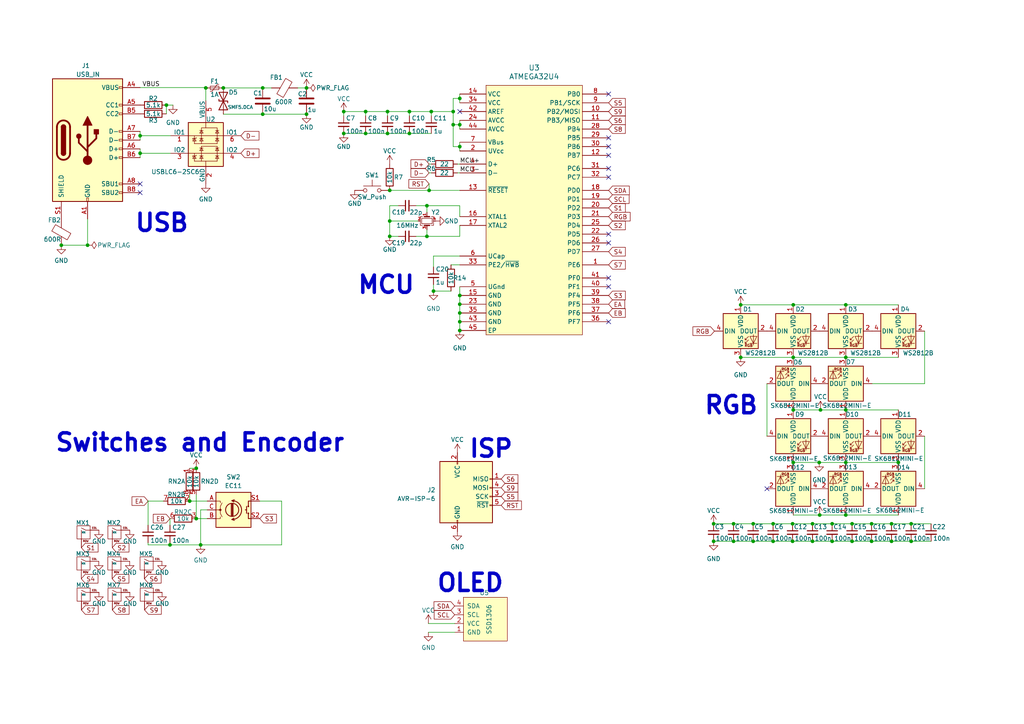
<source format=kicad_sch>
(kicad_sch (version 20211123) (generator eeschema)
  (paper "A4")
  (title_block (title "1337") (date "2021-11-30") (rev "3.0") (company "0xCB") (comment 1 "Conor Burns"))
  (junction (at 25.4 71.12))
  (junction (at 76.2 33.1208))
  (junction (at 56.9214 150.4188) (diameter 0.9144))
  (junction (at 260.5532 134.1374))
  (junction (at 235.6612 156.9974))
  (junction (at 123.825 59.6646) (diameter 0.9144))
  (junction (at 241.3588 156.9974))
  (junction (at 58.1914 158.0388) (diameter 0.9144))
  (junction (at 230.0732 88.4174))
  (junction (at 133.35 88.2396) (diameter 0.9144))
  (junction (at 59.69 25.5008))
  (junction (at 245.3132 103.6574) (diameter 0.9144))
  (junction (at 264.2791 151.9174))
  (junction (at 106.045 38.7096) (diameter 0.9144))
  (junction (at 118.745 32.3596) (diameter 0.9144))
  (junction (at 55.0164 145.3388) (diameter 0.9144))
  (junction (at 40.64 44.45) (diameter 0.9144))
  (junction (at 106.045 32.3596) (diameter 0.9144))
  (junction (at 218.4565 151.9174))
  (junction (at 206.979 156.9974))
  (junction (at 212.7589 151.9174))
  (junction (at 224.2364 156.9974))
  (junction (at 133.35 90.7796) (diameter 0.9144))
  (junction (at 214.8332 103.6574) (diameter 0.9144))
  (junction (at 252.8016 156.9974))
  (junction (at 88.9 25.5008))
  (junction (at 88.9 33.1208))
  (junction (at 247.1387 151.9174))
  (junction (at 229.8813 151.9174))
  (junction (at 113.03 55.2196) (diameter 0.9144))
  (junction (at 247.1387 156.9974))
  (junction (at 230.0732 134.1374))
  (junction (at 237.9769 118.8974))
  (junction (at 133.35 42.5196) (diameter 0.9144))
  (junction (at 230.0732 103.6574) (diameter 0.9144))
  (junction (at 241.3588 151.9174))
  (junction (at 258.5815 156.9974))
  (junction (at 48.26 30.48) (diameter 0.9144))
  (junction (at 99.695 38.7096) (diameter 0.9144))
  (junction (at 112.395 32.3596) (diameter 0.9144))
  (junction (at 264.2791 156.9974))
  (junction (at 49.3014 158.0388) (diameter 0.9144))
  (junction (at 245.3132 134.1374))
  (junction (at 133.35 93.3196) (diameter 0.9144))
  (junction (at 224.2364 151.9174))
  (junction (at 64.77 25.5008))
  (junction (at 235.6612 151.9174))
  (junction (at 218.4565 156.9974))
  (junction (at 230.0732 118.8974))
  (junction (at 214.8332 88.4174))
  (junction (at 118.745 38.7096) (diameter 0.9144))
  (junction (at 237.7438 149.3774))
  (junction (at 56.9214 135.8138) (diameter 0.9144))
  (junction (at 40.64 39.37) (diameter 0.9144))
  (junction (at 113.03 64.1096) (diameter 0.9144))
  (junction (at 245.3132 149.3774))
  (junction (at 123.825 68.5546) (diameter 0.9144))
  (junction (at 133.35 95.8596) (diameter 0.9144))
  (junction (at 99.695 32.3596) (diameter 0.9144))
  (junction (at 237.6037 134.1374))
  (junction (at 245.3132 118.8974))
  (junction (at 131.445 36.1696) (diameter 0.9144))
  (junction (at 113.03 68.5546) (diameter 0.9144))
  (junction (at 76.2 25.5008))
  (junction (at 125.73 84.4296) (diameter 0.9144))
  (junction (at 133.35 28.5496) (diameter 0.9144))
  (junction (at 229.8813 156.9974))
  (junction (at 258.5815 151.9174))
  (junction (at 212.7589 156.9974))
  (junction (at 112.395 38.7096) (diameter 0.9144))
  (junction (at 133.35 85.6996) (diameter 0.9144))
  (junction (at 206.979 151.9174))
  (junction (at 252.8016 151.9174))
  (junction (at 124.46 55.2196) (diameter 0.9144))
  (junction (at 245.3132 88.4174))
  (junction (at 125.095 32.3596) (diameter 0.9144))
  (junction (at 131.445 32.3596) (diameter 0.9144))
  (junction (at 133.35 36.1696) (diameter 0.9144))
  (junction (at 17.78 71.12))
  (no_connect (at 133.35 32.3596))
  (no_connect (at 176.53 27.2796))
  (no_connect (at 176.53 42.5196))
  (no_connect (at 176.53 45.0596))
  (no_connect (at 176.53 48.8696))
  (no_connect (at 176.53 51.4096))
  (no_connect (at 176.53 67.9196))
  (no_connect (at 176.53 70.4596))
  (no_connect (at 176.53 80.6196))
  (no_connect (at 176.53 83.1596))
  (no_connect (at 176.53 93.3196))
  (no_connect (at 40.64 53.34))
  (no_connect (at 40.64 55.88))
  (no_connect (at 222.4532 141.7574))
  (no_connect (at 176.53 39.9796))
  (wire (pts (xy 214.8332 88.4174) (xy 230.0732 88.4174)))
  (wire (pts (xy 64.77 25.5008) (xy 76.2 25.5008)))
  (wire (pts (xy 131.445 28.5496) (xy 133.35 28.5496)))
  (wire (pts (xy 131.445 32.3596) (xy 131.445 28.5496)))
  (wire (pts (xy 131.445 32.3596) (xy 131.445 36.1696)))
  (wire (pts (xy 131.445 36.1696) (xy 131.445 42.5196)))
  (wire (pts (xy 133.35 36.1696) (xy 131.445 36.1696)))
  (wire (pts (xy 112.395 32.3596) (xy 112.395 33.6296)))
  (wire (pts (xy 113.03 59.6646) (xy 115.57 59.6646)))
  (wire (pts (xy 58.1914 158.0388) (xy 81.6864 158.0388)))
  (wire (pts (xy 124.46 50.1396) (xy 125.095 50.1396)))
  (wire (pts (xy 237.6037 134.1374) (xy 245.3132 134.1374)))
  (wire (pts (xy 76.2 33.1208) (xy 88.9 33.1208)))
  (wire (pts (xy 55.0164 135.8138) (xy 56.9214 135.8138)))
  (wire (pts (xy 99.695 38.7096) (xy 106.045 38.7096)))
  (wire (pts (xy 106.045 38.7096) (xy 112.395 38.7096)))
  (wire (pts (xy 112.395 38.7096) (xy 118.745 38.7096)))
  (wire (pts (xy 118.745 38.7096) (xy 125.095 38.7096)))
  (wire (pts (xy 55.0164 143.4338) (xy 55.0164 145.3388)))
  (wire (pts (xy 124.2568 180.848) (xy 131.8768 180.848)))
  (wire (pts (xy 133.35 36.1696) (xy 133.35 34.8996)))
  (wire (pts (xy 212.7589 151.9174) (xy 218.4565 151.9174)))
  (wire (pts (xy 59.69 25.5008) (xy 59.69 25.4)))
  (wire (pts (xy 81.6864 145.3388) (xy 75.3364 145.3388)))
  (wire (pts (xy 81.6864 158.0388) (xy 81.6864 145.3388)))
  (wire (pts (xy 40.64 38.1) (xy 40.64 39.37)))
  (wire (pts (xy 40.64 39.37) (xy 40.64 40.64)))
  (wire (pts (xy 64.77 33.1208) (xy 76.2 33.1208)))
  (wire (pts (xy 241.3588 151.9174) (xy 247.1387 151.9174)))
  (wire (pts (xy 230.0732 134.1374) (xy 237.6037 134.1374)))
  (wire (pts (xy 58.1914 147.8788) (xy 58.1914 158.0388)))
  (wire (pts (xy 124.2568 183.388) (xy 131.8768 183.388)))
  (wire (pts (xy 252.8016 151.9174) (xy 258.5815 151.9174)))
  (wire (pts (xy 25.4 71.12) (xy 17.78 71.12)))
  (wire (pts (xy 113.03 64.1096) (xy 121.285 64.1096)))
  (wire (pts (xy 245.3132 103.6574) (xy 260.5532 103.6574)))
  (wire (pts (xy 218.4565 151.9174) (xy 224.2364 151.9174)))
  (wire (pts (xy 86.36 25.5008) (xy 88.9 25.5008)))
  (wire (pts (xy 132.715 50.1396) (xy 133.35 50.1396)))
  (wire (pts (xy 214.8332 103.6574) (xy 230.0732 103.6574)))
  (wire (pts (xy 48.26 30.48) (xy 48.26 33.02)))
  (wire (pts (xy 133.35 27.2796) (xy 133.35 28.5496)))
  (wire (pts (xy 125.73 82.5246) (xy 125.73 84.4296)))
  (wire (pts (xy 49.3014 157.4038) (xy 49.3014 158.0388)))
  (wire (pts (xy 264.2791 151.9174) (xy 270.059 151.9174)))
  (wire (pts (xy 124.46 47.5996) (xy 125.095 47.5996)))
  (wire (pts (xy 125.095 32.3596) (xy 125.095 33.6296)))
  (wire (pts (xy 230.0732 103.6574) (xy 245.3132 103.6574)))
  (wire (pts (xy 42.9514 152.3238) (xy 42.9514 145.3388)))
  (wire (pts (xy 106.045 33.6296) (xy 106.045 32.3596)))
  (wire (pts (xy 224.2364 151.9174) (xy 229.8813 151.9174)))
  (wire (pts (xy 133.35 62.8396) (xy 133.35 59.6646)))
  (wire (pts (xy 42.9514 158.0388) (xy 49.3014 158.0388)))
  (wire (pts (xy 241.3588 156.9974) (xy 247.1387 156.9974)))
  (wire (pts (xy 123.825 68.5546) (xy 120.65 68.5546)))
  (wire (pts (xy 133.35 83.1596) (xy 133.35 85.6996)))
  (wire (pts (xy 133.35 85.6996) (xy 133.35 88.2396)))
  (wire (pts (xy 133.35 88.2396) (xy 133.35 90.7796)))
  (wire (pts (xy 133.35 90.7796) (xy 133.35 93.3196)))
  (wire (pts (xy 133.35 93.3196) (xy 133.35 95.8596)))
  (wire (pts (xy 48.26 30.48) (xy 50.165 30.48)))
  (wire (pts (xy 123.825 59.6646) (xy 123.825 61.5696)))
  (wire (pts (xy 99.695 32.3596) (xy 106.045 32.3596)))
  (wire (pts (xy 99.695 33.6296) (xy 99.695 32.3596)))
  (wire (pts (xy 245.3132 118.8974) (xy 260.5532 118.8974)))
  (wire (pts (xy 124.46 53.3146) (xy 124.46 55.2196)))
  (wire (pts (xy 125.73 84.4296) (xy 130.81 84.4296)))
  (wire (pts (xy 106.045 32.3596) (xy 112.395 32.3596)))
  (wire (pts (xy 112.395 32.3596) (xy 118.745 32.3596)))
  (wire (pts (xy 118.745 32.3596) (xy 125.095 32.3596)))
  (wire (pts (xy 125.095 32.3596) (xy 131.445 32.3596)))
  (wire (pts (xy 268.1732 126.5174) (xy 268.1732 141.7574)))
  (wire (pts (xy 55.0164 145.3388) (xy 60.0964 145.3388)))
  (wire (pts (xy 133.35 59.6646) (xy 123.825 59.6646)))
  (wire (pts (xy 56.9214 150.4188) (xy 60.0964 150.4188)))
  (wire (pts (xy 113.03 59.6646) (xy 113.03 64.1096)))
  (wire (pts (xy 113.03 64.1096) (xy 113.03 68.5546)))
  (wire (pts (xy 40.64 44.45) (xy 49.53 44.45)))
  (wire (pts (xy 245.3132 88.4174) (xy 260.5532 88.4174)))
  (wire (pts (xy 258.5815 151.9174) (xy 264.2791 151.9174)))
  (wire (pts (xy 40.64 39.37) (xy 49.53 39.37)))
  (wire (pts (xy 230.0732 88.4174) (xy 245.3132 88.4174)))
  (wire (pts (xy 247.1387 151.9174) (xy 252.8016 151.9174)))
  (wire (pts (xy 247.1387 156.9974) (xy 252.8016 156.9974)))
  (wire (pts (xy 230.0732 118.8974) (xy 237.9769 118.8974)))
  (wire (pts (xy 42.9514 157.4038) (xy 42.9514 158.0388)))
  (wire (pts (xy 120.65 59.6646) (xy 123.825 59.6646)))
  (wire (pts (xy 252.8016 156.9974) (xy 258.5815 156.9974)))
  (wire (pts (xy 235.6612 156.9974) (xy 241.3588 156.9974)))
  (wire (pts (xy 133.35 28.5496) (xy 133.35 29.8196)))
  (wire (pts (xy 237.7438 149.3774) (xy 245.3132 149.3774)))
  (wire (pts (xy 58.1914 147.8788) (xy 60.0964 147.8788)))
  (wire (pts (xy 133.35 36.1696) (xy 133.35 37.4396)))
  (wire (pts (xy 230.0732 149.3774) (xy 237.7438 149.3774)))
  (wire (pts (xy 258.5815 156.9974) (xy 264.2791 156.9974)))
  (wire (pts (xy 40.64 25.4) (xy 59.69 25.4)))
  (wire (pts (xy 59.69 29.21) (xy 59.69 25.5008)))
  (wire (pts (xy 252.9332 111.2774) (xy 268.1732 111.2774)))
  (wire (pts (xy 268.1732 96.0374) (xy 268.1732 111.2774)))
  (wire (pts (xy 40.64 43.18) (xy 40.64 44.45)))
  (wire (pts (xy 40.64 44.45) (xy 40.64 45.72)))
  (wire (pts (xy 56.9214 143.4338) (xy 56.9214 150.4188)))
  (wire (pts (xy 123.825 66.6496) (xy 123.825 68.5546)))
  (wire (pts (xy 78.74 25.5008) (xy 76.2 25.5008)))
  (wire (pts (xy 113.03 55.2196) (xy 124.46 55.2196)))
  (wire (pts (xy 124.46 55.2196) (xy 133.35 55.2196)))
  (wire (pts (xy 113.03 68.5546) (xy 115.57 68.5546)))
  (wire (pts (xy 130.81 76.8096) (xy 133.35 76.8096)))
  (wire (pts (xy 125.73 74.2696) (xy 133.35 74.2696)))
  (wire (pts (xy 125.73 77.4446) (xy 125.73 74.2696)))
  (wire (pts (xy 224.2364 156.9974) (xy 229.8813 156.9974)))
  (wire (pts (xy 264.2791 156.9974) (xy 270.059 156.9974)))
  (wire (pts (xy 49.3014 158.0388) (xy 58.1914 158.0388)))
  (wire (pts (xy 206.979 151.9174) (xy 212.7589 151.9174)))
  (wire (pts (xy 245.3132 134.1374) (xy 260.5532 134.1374)))
  (wire (pts (xy 206.979 156.9974) (xy 212.7589 156.9974)))
  (wire (pts (xy 118.745 32.3596) (xy 118.745 33.6296)))
  (wire (pts (xy 212.7589 156.9974) (xy 218.4565 156.9974)))
  (wire (pts (xy 218.4565 156.9974) (xy 224.2364 156.9974)))
  (wire (pts (xy 25.4 63.5) (xy 25.4 71.12)))
  (wire (pts (xy 49.3014 150.4188) (xy 49.3014 152.3238)))
  (wire (pts (xy 245.3132 149.3774) (xy 260.5532 149.3774)))
  (wire (pts (xy 133.35 68.5546) (xy 123.825 68.5546)))
  (wire (pts (xy 133.35 41.2496) (xy 133.35 42.5196)))
  (wire (pts (xy 133.35 42.5196) (xy 133.35 43.7896)))
  (wire (pts (xy 237.9769 118.8974) (xy 245.3132 118.8974)))
  (wire (pts (xy 235.6612 151.9174) (xy 241.3588 151.9174)))
  (wire (pts (xy 229.8813 151.9174) (xy 235.6612 151.9174)))
  (wire (pts (xy 132.715 47.5996) (xy 133.35 47.5996)))
  (wire (pts (xy 131.445 42.5196) (xy 133.35 42.5196)))
  (wire (pts (xy 42.9514 145.3388) (xy 47.3964 145.3388)))
  (wire (pts (xy 133.35 65.3796) (xy 133.35 68.5546)))
  (wire (pts (xy 229.8813 156.9974) (xy 235.6612 156.9974)))
  (wire (pts (xy 222.4532 111.2774) (xy 222.4532 126.5174)))
  (text "RGB\n\n\n" (at 220.218 136.7282 180) (effects (font (size 5 5) (thickness 1) bold) (justify right bottom)))
  (text "ISP\n" (at 149.1742 133.223 180) (effects (font (size 5 5) (thickness 1) bold) (justify right bottom)))
  (text "OLED\n\n" (at 146.4818 180.213 180) (effects (font (size 5 5) (thickness 1) bold) (justify right bottom)))
  (text "USB\n" (at 55.0926 67.7418 180) (effects (font (size 5 5) (thickness 1) bold) (justify right bottom)))
  (text "MCU\n" (at 120.65 85.6996 180) (effects (font (size 5 5) (thickness 1) bold) (justify right bottom)))
  (text "Switches and Encoder\n" (at 100.33 131.445 180) (effects (font (size 5 5) (thickness 1) bold) (justify right bottom)))
  (label "VBUS" (at 46.355 25.4 180))
  (label "MCU+" (at 133.35 47.5996 0))
  (label "MCU-" (at 133.35 50.1396 0))
  (global_label "EA" (shape input) (at 42.9514 145.3388 180) (property "Intersheet References" "${INTERSHEET_REFS}" (effects hide)))
  (global_label "SDA" (shape input) (at 176.53 55.2196 0) (property "Intersheet References" "${INTERSHEET_REFS}" (effects hide)))
  (global_label "S6" (shape input) (at 41.8846 167.8686 0) (property "Intersheet References" "${INTERSHEET_REFS}" (effects hide)))
  (global_label "S6" (shape input) (at 176.53 34.8996 0) (property "Intersheet References" "${INTERSHEET_REFS}" (effects hide)))
  (global_label "EA" (shape input) (at 176.53 88.2396 0) (property "Intersheet References" "${INTERSHEET_REFS}" (effects hide)))
  (global_label "D-" (shape input) (at 69.85 39.37 0) (property "Intersheet References" "${INTERSHEET_REFS}" (effects hide)))
  (global_label "SCL" (shape input) (at 176.53 57.7596 0) (property "Intersheet References" "${INTERSHEET_REFS}" (effects hide)))
  (global_label "SCL" (shape input) (at 131.8768 178.308 180) (property "Intersheet References" "${INTERSHEET_REFS}" (effects hide)))
  (global_label "S2" (shape input) (at 176.53 65.3796 0) (property "Intersheet References" "${INTERSHEET_REFS}" (effects hide)))
  (global_label "S4" (shape input) (at 23.5712 167.8686 0) (property "Intersheet References" "${INTERSHEET_REFS}" (effects hide)))
  (global_label "S5" (shape input) (at 145.3642 144.018 0) (property "Intersheet References" "${INTERSHEET_REFS}" (effects hide)))
  (global_label "D-" (shape input) (at 124.46 50.1396 180) (property "Intersheet References" "${INTERSHEET_REFS}" (effects hide)))
  (global_label "S5" (shape input) (at 32.5374 167.8686 0) (property "Intersheet References" "${INTERSHEET_REFS}" (effects hide)))
  (global_label "S5" (shape input) (at 176.53 29.8196 0) (property "Intersheet References" "${INTERSHEET_REFS}" (effects hide)))
  (global_label "SDA" (shape input) (at 131.8768 175.768 180) (property "Intersheet References" "${INTERSHEET_REFS}" (effects hide)))
  (global_label "S7" (shape input) (at 176.53 76.8096 0) (property "Intersheet References" "${INTERSHEET_REFS}" (effects hide)))
  (global_label "RST" (shape input) (at 124.46 53.3146 180) (property "Intersheet References" "${INTERSHEET_REFS}" (effects hide)))
  (global_label "S1" (shape input) (at 176.53 60.2996 0) (property "Intersheet References" "${INTERSHEET_REFS}" (effects hide)))
  (global_label "D+" (shape input) (at 69.85 44.45 0) (property "Intersheet References" "${INTERSHEET_REFS}" (effects hide)))
  (global_label "D+" (shape input) (at 124.46 47.5996 180) (property "Intersheet References" "${INTERSHEET_REFS}" (effects hide)))
  (global_label "RGB" (shape input) (at 207.2132 96.0374 180) (property "Intersheet References" "${INTERSHEET_REFS}" (effects hide)))
  (global_label "S7" (shape input) (at 23.622 176.911 0) (property "Intersheet References" "${INTERSHEET_REFS}" (effects hide)))
  (global_label "S3" (shape input) (at 75.3364 150.4188 0) (property "Intersheet References" "${INTERSHEET_REFS}" (effects hide)))
  (global_label "S8" (shape input) (at 176.53 37.4396 0) (property "Intersheet References" "${INTERSHEET_REFS}" (effects hide)))
  (global_label "RGB" (shape input) (at 176.53 62.8396 0) (property "Intersheet References" "${INTERSHEET_REFS}" (effects hide)))
  (global_label "S3" (shape input) (at 176.53 85.6996 0) (property "Intersheet References" "${INTERSHEET_REFS}" (effects hide)))
  (global_label "S1" (shape input) (at 23.5966 158.8516 0) (property "Intersheet References" "${INTERSHEET_REFS}" (effects hide)))
  (global_label "EB" (shape input) (at 49.3014 150.4188 180) (property "Intersheet References" "${INTERSHEET_REFS}" (effects hide)))
  (global_label "S6" (shape input) (at 145.3642 138.938 0) (property "Intersheet References" "${INTERSHEET_REFS}" (effects hide)))
  (global_label "S4" (shape input) (at 176.53 72.9996 0) (property "Intersheet References" "${INTERSHEET_REFS}" (effects hide)))
  (global_label "S8" (shape input) (at 32.5882 176.911 0) (property "Intersheet References" "${INTERSHEET_REFS}" (effects hide)))
  (global_label "S9" (shape input) (at 145.3642 141.478 0) (property "Intersheet References" "${INTERSHEET_REFS}" (effects hide)))
  (global_label "S9" (shape input) (at 176.53 32.3596 0) (property "Intersheet References" "${INTERSHEET_REFS}" (effects hide)))
  (global_label "RST" (shape input) (at 145.3642 146.558 0) (property "Intersheet References" "${INTERSHEET_REFS}" (effects hide)))
  (global_label "EB" (shape input) (at 176.53 90.7796 0) (property "Intersheet References" "${INTERSHEET_REFS}" (effects hide)))
  (global_label "S2" (shape input) (at 32.5628 158.8516 0) (property "Intersheet References" "${INTERSHEET_REFS}" (effects hide)))
  (global_label "S9" (shape input) (at 41.9354 176.911 0) (property "Intersheet References" "${INTERSHEET_REFS}" (effects hide)))
  (symbol (lib_id "power:GND") (at 102.87 55.2196 0) (unit 1)
    (property "Reference" "#PWR016" (effects hide))
    (property "Value" "GND" (at 102.87 59.0296 0))
  )
  (symbol (lib_id "power:GND") (at 206.979 156.9974 0) (unit 1)
    (property "Reference" "#PWR0105" (effects hide))
    (property "Value" "GND" (at 206.979 162.0774 0))
  )
  (symbol (lib_id "power:GND") (at 132.6642 154.178 0) (unit 1)
    (property "Reference" "#PWR026" (effects hide))
    (property "Value" "GND" (at 132.6642 158.623 0))
  )
  (symbol (lib_id "Device:C_Small") (at 206.979 154.4574 0) (unit 1)
    (property "Reference" "C3" (at 207.3092 152.8064 0) (effects (justify left)))
    (property "Value" "100n" (at 207.5378 156.1592 0) (effects (justify left)))
    (property "Footprint" "Capacitor_SMD:C_0603_1608Metric" (effects hide))
    (property "Alt Part Nb." "C91183" (effects hide))
    (property "Part Nb." "478-5266-1-ND" (effects hide))
  )
  (symbol (lib_id "power:GND") (at 37.6428 153.7716 0) (unit 1)
    (property "Reference" "#PWR0109" (effects hide))
    (property "Value" "GND" (at 37.6936 157.0228 0))
  )
  (symbol (lib_id "0xcb:SK6812MINI-E") (at 230.0732 111.2774 180) (unit 1)
    (property "Reference" "D6" (at 231.4194 105.0798 0))
    (property "Value" "SK6812MINI-E" (at 230.5304 117.6528 0))
    (property "Footprint" "0xcb:MX_SK6812MINI-E" (effects hide))
  )
  (symbol (lib_id "Device:C_Small") (at 125.095 36.1696 0) (unit 1)
    (property "Reference" "C11" (at 125.73 34.2645 0) (effects (justify left)))
    (property "Value" "1u" (at 125.73 38.0745 0) (effects (justify left)))
    (property "Footprint" "Capacitor_SMD:C_0603_1608Metric" (effects hide))
    (property "Alt Part Nb." "C393692" (effects hide))
    (property "Part Nb." "1276-1102-1-ND" (effects hide))
  )
  (symbol (lib_id "power:VCC") (at 237.7438 149.3774 0) (unit 1)
    (property "Reference" "#PWR0104" (effects hide))
    (property "Value" "VCC" (at 237.7438 145.5674 0))
  )
  (symbol (lib_id "power:GND") (at 126.365 64.1096 90) (unit 1)
    (property "Reference" "#PWR020" (effects hide))
    (property "Value" "GND" (at 128.905 64.1095 90) (effects (justify right)))
  )
  (symbol (lib_id "LED:WS2812B") (at 230.0732 96.0374 0) (unit 1)
    (property "Reference" "D2" (at 230.7082 89.6873 0) (effects (justify left)))
    (property "Value" "WS2812B" (at 231.3432 102.3873 0) (effects (justify left)))
    (property "Footprint" "LED_SMD:LED_WS2812B_PLCC4_5.0x5.0mm_P3.2mm" (effects hide))
    (property "Datasheet" "https://cdn-shop.adafruit.com/datasheets/WS2812B.pdf" (effects hide))
    (property "Alt Part Nb." "C114586" (effects hide))
    (property "Another Part Nb." "-" (effects hide))
    (property "Part Nb." "1568-COM-16347CT-ND" (effects hide))
  )
  (symbol (lib_id "Device:R") (at 130.81 80.6196 180) (unit 1)
    (property "Reference" "R14" (at 133.35 80.6196 0))
    (property "Value" "10k" (at 130.81 80.6196 90))
    (property "Footprint" "Resistor_SMD:R_0603_1608Metric" (effects hide))
    (property "Alt Part Nb." "C25804" (effects hide))
    (property "Part Nb." "RHM10KADCT-ND" (effects hide))
  )
  (symbol (lib_id "0xcb:MX") (at 24.8412 162.7886 0) (unit 1)
    (property "Reference" "MX3" (at 24.003 160.655 0))
    (property "Value" "MX" (at 24.2316 163.449 0) (effects (font (size 0.508 0.508))))
    (property "Footprint" "0xcb:SW_Cherry_MX_PCB_1.00u" (effects hide))
  )
  (symbol (lib_id "power:GND") (at 37.6682 171.831 0) (unit 1)
    (property "Reference" "#PWR0112" (effects hide))
    (property "Value" "GND" (at 37.719 175.0822 0))
  )
  (symbol (lib_id "power:GND") (at 214.8332 103.6574 0) (unit 1)
    (property "Reference" "#PWR043" (effects hide))
    (property "Value" "GND" (at 214.8332 108.7374 0))
  )
  (symbol (lib_id "Switch:SW_Push") (at 107.95 55.2196 0) (unit 1)
    (property "Reference" "SW1" (at 107.95 50.7746 0))
    (property "Value" "SW_Push" (at 107.95 57.1246 0))
    (property "Footprint" "Button_Switch_SMD:SW_SPST_TL3342" (effects hide))
    (property "Alt Part Nb." "C318884" (effects hide))
    (property "Part Nb." "EG2531CT-ND" (effects hide))
  )
  (symbol (lib_id "Device:R_Pack04_Split") (at 53.1114 150.4188 90) (unit 3)
    (property "Reference" "RN2" (at 53.1114 148.5138 90))
    (property "Value" "10k" (at 53.1114 150.4188 90))
    (property "Footprint" "Resistor_SMD:R_Array_Convex_4x0603" (effects hide))
    (property "Alt Part Nb." "C109324" (effects hide))
    (property "Part Nb." "MNR14103RTR-ND" (effects hide))
  )
  (symbol (lib_id "Device:C_Small") (at 258.5815 154.4574 0) (unit 1)
    (property "Reference" "C17" (at 258.9117 152.8064 0) (effects (justify left)))
    (property "Value" "100n" (at 259.1403 156.1592 0) (effects (justify left)))
    (property "Footprint" "Capacitor_SMD:C_0603_1608Metric" (effects hide))
    (property "Alt Part Nb." "C91183" (effects hide))
    (property "Part Nb." "478-5266-1-ND" (effects hide))
  )
  (symbol (lib_id "Device:R_Pack04_Split") (at 55.0164 139.6238 180) (unit 1)
    (property "Reference" "RN2" (at 48.6664 139.6237 0) (effects (justify right)))
    (property "Value" "10k" (at 55.0164 141.5287 90) (effects (justify right)))
    (property "Footprint" "Resistor_SMD:R_Array_Convex_4x0603" (effects hide))
    (property "Alt Part Nb." "C109324" (effects hide))
    (property "Part Nb." "MNR14103RTR-ND" (effects hide))
  )
  (symbol (lib_id "power:GND") (at 237.6037 134.1374 0) (unit 1)
    (property "Reference" "#PWR0103" (effects hide))
    (property "Value" "GND" (at 237.6037 139.2174 0))
  )
  (symbol (lib_id "power:GND") (at 59.69 53.34 0) (unit 1)
    (property "Reference" "#PWR017" (effects hide))
    (property "Value" "GND" (at 59.69 57.785 0))
  )
  (symbol (lib_id "Device:C") (at 88.9 29.3108 0) (unit 1)
    (property "Reference" "C2" (at 86.36 27.2787 0) (effects (justify left)))
    (property "Value" "1u" (at 89.154 31.8507 0) (effects (justify left)))
    (property "Footprint" "Capacitor_SMD:C_0603_1608Metric" (effects hide))
  )
  (symbol (lib_id "0xcb:MX") (at 33.8582 171.831 0) (unit 1)
    (property "Reference" "MX7" (at 33.02 169.6974 0))
    (property "Value" "MX" (at 33.2486 172.4914 0) (effects (font (size 0.508 0.508))))
    (property "Footprint" "0xcb:SW_Cherry_MX_PCB_1.00u" (effects hide))
  )
  (symbol (lib_id "Device:C_Small") (at 235.6612 154.4574 0) (unit 1)
    (property "Reference" "C13" (at 235.9914 152.8064 0) (effects (justify left)))
    (property "Value" "100n" (at 236.22 156.1592 0) (effects (justify left)))
    (property "Footprint" "Capacitor_SMD:C_0603_1608Metric" (effects hide))
    (property "Alt Part Nb." "C91183" (effects hide))
    (property "Part Nb." "478-5266-1-ND" (effects hide))
  )
  (symbol (lib_id "power:GND") (at 46.9646 162.7886 0) (unit 1)
    (property "Reference" "#PWR0111" (effects hide))
    (property "Value" "GND" (at 47.0154 166.0398 0))
  )
  (symbol (lib_id "Device:R") (at 44.45 30.48 90) (unit 1)
    (property "Reference" "R2" (at 44.45 28.575 90))
    (property "Value" "5.1k" (at 44.45 30.48 90))
    (property "Footprint" "Resistor_SMD:R_0603_1608Metric" (effects hide))
    (property "Alt Part Nb." "C23186" (effects hide))
    (property "Part Nb." "P5.1KDBCT-ND" (effects hide))
  )
  (symbol (lib_id "power:VCC") (at 113.03 47.5996 0) (unit 1)
    (property "Reference" "#PWR012" (effects hide))
    (property "Value" "VCC" (at 113.03 43.7896 0))
  )
  (symbol (lib_id "0xcb:MX") (at 24.892 171.831 0) (unit 1)
    (property "Reference" "MX6" (at 24.0538 169.6974 0))
    (property "Value" "MX" (at 24.2824 172.4914 0) (effects (font (size 0.508 0.508))))
    (property "Footprint" "0xcb:SW_Cherry_MX_PCB_1.00u" (effects hide))
  )
  (symbol (lib_id "Device:R_Pack04_Split") (at 56.9214 139.6238 180) (unit 4)
    (property "Reference" "RN2" (at 58.1914 139.6237 0) (effects (justify right)))
    (property "Value" "10k" (at 56.9214 141.5287 90) (effects (justify right)))
    (property "Footprint" "Resistor_SMD:R_Array_Convex_4x0603" (effects hide))
    (property "Alt Part Nb." "C109324" (effects hide))
    (property "Part Nb." "MNR14103RTR-ND" (effects hide))
  )
  (symbol (lib_id "power:GND") (at 17.78 71.12 0) (unit 1)
    (property "Reference" "#PWR021" (effects hide))
    (property "Value" "GND" (at 17.78 75.565 0))
  )
  (symbol (lib_id "Connector:USB_C_Receptacle_USB2.0") (at 25.4 40.64 0) (unit 1)
    (property "Reference" "J1" (at 24.892 19.05 0))
    (property "Value" "USB_IN" (at 25.527 21.59 0))
    (property "Footprint" "0xcb:molex2169900001" (effects hide))
    (property "Datasheet" "https://www.usb.org/sites/default/files/documents/usb_type-c.zip" (effects hide))
    (property "Alt Part Nb." "C223906" (effects hide))
    (property "Another Part Nb." "-" (effects hide))
    (property "Part Nb." "900-2169900002CT-ND" (effects hide))
  )
  (symbol (lib_id "power:VCC") (at 99.695 32.3596 0) (unit 1)
    (property "Reference" "#PWR04" (effects hide))
    (property "Value" "VCC" (at 99.7204 28.6766 0))
  )
  (symbol (lib_id "power:GND") (at 99.695 38.7096 0) (unit 1)
    (property "Reference" "#PWR09" (effects hide))
    (property "Value" "GND" (at 99.695 42.5196 0))
  )
  (symbol (lib_id "Device:R_Pack04_Split") (at 51.2064 145.3388 90) (unit 2)
    (property "Reference" "RN2" (at 51.2064 143.4338 90))
    (property "Value" "10k" (at 51.2064 145.3388 90))
    (property "Footprint" "Resistor_SMD:R_Array_Convex_4x0603" (effects hide))
    (property "Alt Part Nb." "C109324" (effects hide))
    (property "Part Nb." "MNR14103RTR-ND" (effects hide))
  )
  (symbol (lib_id "power:GND") (at 113.03 68.5546 0) (unit 1)
    (property "Reference" "#PWR022" (effects hide))
    (property "Value" "GND" (at 113.03 72.3646 0))
  )
  (symbol (lib_id "power:GND") (at 88.9 33.1208 0) (unit 1)
    (property "Reference" "#PWR0115" (effects hide))
    (property "Value" "GND" (at 88.9 36.9308 0))
  )
  (symbol (lib_id "power:GND") (at 58.1914 158.0388 0) (unit 1)
    (property "Reference" "#PWR054" (effects hide))
    (property "Value" "GND" (at 58.1914 162.4838 0))
  )
  (symbol (lib_id "LED:WS2812B") (at 245.3132 96.0374 0) (unit 1)
    (property "Reference" "D3" (at 245.9482 89.6873 0) (effects (justify left)))
    (property "Value" "WS2812B" (at 246.5832 102.3873 0) (effects (justify left)))
    (property "Footprint" "LED_SMD:LED_WS2812B_PLCC4_5.0x5.0mm_P3.2mm" (effects hide))
    (property "Datasheet" "https://cdn-shop.adafruit.com/datasheets/WS2812B.pdf" (effects hide))
    (property "Alt Part Nb." "C114586" (effects hide))
    (property "Another Part Nb." "-" (effects hide))
    (property "Part Nb." "1568-COM-16347CT-ND" (effects hide))
  )
  (symbol (lib_id "power:GND") (at 37.6174 162.7886 0) (unit 1)
    (property "Reference" "#PWR0110" (effects hide))
    (property "Value" "GND" (at 37.6682 166.0398 0))
  )
  (symbol (lib_id "power:VCC") (at 237.9769 118.8974 0) (unit 1)
    (property "Reference" "#PWR0102" (effects hide))
    (property "Value" "VCC" (at 237.9769 115.0874 0))
  )
  (symbol (lib_id "Device:D_TVS") (at 64.77 29.3108 90) (unit 1)
    (property "Reference" "D5" (at 66.294 26.7707 90) (effects (justify right)))
    (property "Value" "SMF5.0CA" (at 66.04 31.0887 90) (effects (font (size 1 1)) (justify right)))
    (property "Footprint" "Diode_SMD:D_SOD-123F" (effects hide))
  )
  (symbol (lib_id "0xcb:SK6812MINI-E") (at 230.0732 126.5174 0) (unit 1)
    (property "Reference" "D9" (at 231.9274 120.1928 0))
    (property "Value" "SK6812MINI-E" (at 230.2256 133.0706 0))
    (property "Footprint" "0xcb:MX_SK6812MINI-E" (effects hide))
  )
  (symbol (lib_id "0xcb:SK6812MINI-E") (at 260.5532 126.5174 0) (unit 1)
    (property "Reference" "D11" (at 262.4074 120.1928 0))
    (property "Value" "SK6812MINI-E" (at 260.7056 133.0198 0))
    (property "Footprint" "0xcb:MX_SK6812MINI-E" (effects hide))
  )
  (symbol (lib_id "0xcb:MX") (at 43.2054 171.831 0) (unit 1)
    (property "Reference" "MX8" (at 42.3672 169.6974 0))
    (property "Value" "MX" (at 42.5958 172.4914 0) (effects (font (size 0.508 0.508))))
    (property "Footprint" "0xcb:SW_Cherry_MX_PCB_1.00u" (effects hide))
  )
  (symbol (lib_id "Device:C_Small") (at 224.2364 154.4574 0) (unit 1)
    (property "Reference" "C6" (at 224.5666 152.8064 0) (effects (justify left)))
    (property "Value" "100n" (at 224.7952 156.1592 0) (effects (justify left)))
    (property "Footprint" "Capacitor_SMD:C_0603_1608Metric" (effects hide))
    (property "Alt Part Nb." "C91183" (effects hide))
    (property "Part Nb." "478-5266-1-ND" (effects hide))
  )
  (symbol (lib_id "0xcb:SK6812MINI-E") (at 260.5532 141.7574 180) (unit 1)
    (property "Reference" "D14" (at 262.001 135.5598 0))
    (property "Value" "SK6812MINI-E" (at 261.0358 148.0312 0))
    (property "Footprint" "0xcb:MX_SK6812MINI-E" (effects hide))
  )
  (symbol (lib_id "0xcb:SK6812MINI-E") (at 245.3132 141.7574 180) (unit 1)
    (property "Reference" "D13" (at 246.6848 135.4836 0))
    (property "Value" "SK6812MINI-E" (at 245.6688 148.1074 0))
    (property "Footprint" "0xcb:MX_SK6812MINI-E" (effects hide))
  )
  (symbol (lib_id "0xcb:MX") (at 43.1546 162.7886 0) (unit 1)
    (property "Reference" "MX5" (at 42.3164 160.655 0))
    (property "Value" "MX" (at 42.545 163.449 0) (effects (font (size 0.508 0.508))))
    (property "Footprint" "0xcb:SW_Cherry_MX_PCB_1.00u" (effects hide))
  )
  (symbol (lib_id "power:GND") (at 28.6766 153.7716 0) (unit 1)
    (property "Reference" "#PWR0107" (effects hide))
    (property "Value" "GND" (at 28.7274 157.0228 0))
  )
  (symbol (lib_id "0xcb:SK6812MINI-E") (at 245.3132 111.2774 180) (unit 1)
    (property "Reference" "D7" (at 246.6848 105.0036 0))
    (property "Value" "SK6812MINI-E" (at 245.6688 117.6274 0))
    (property "Footprint" "0xcb:MX_SK6812MINI-E" (effects hide))
  )
  (symbol (lib_id "Device:C_Small") (at 212.7589 154.4574 0) (unit 1)
    (property "Reference" "C4" (at 213.0891 152.8064 0) (effects (justify left)))
    (property "Value" "100n" (at 213.3177 156.1592 0) (effects (justify left)))
    (property "Footprint" "Capacitor_SMD:C_0603_1608Metric" (effects hide))
    (property "Alt Part Nb." "C91183" (effects hide))
    (property "Part Nb." "478-5266-1-ND" (effects hide))
  )
  (symbol (lib_id "power:VCC") (at 88.9 25.5008 0) (unit 1)
    (property "Reference" "#PWR0116" (effects hide))
    (property "Value" "VCC" (at 88.9 21.6908 0))
  )
  (symbol (lib_id "LED:WS2812B") (at 260.5532 96.0374 0) (unit 1)
    (property "Reference" "D4" (at 261.1882 89.6873 0) (effects (justify left)))
    (property "Value" "WS2812B" (at 261.8232 102.3873 0) (effects (justify left)))
    (property "Footprint" "LED_SMD:LED_WS2812B_PLCC4_5.0x5.0mm_P3.2mm" (effects hide))
    (property "Datasheet" "https://cdn-shop.adafruit.com/datasheets/WS2812B.pdf" (effects hide))
    (property "Alt Part Nb." "C114586" (effects hide))
    (property "Another Part Nb." "-" (effects hide))
    (property "Part Nb." "1568-COM-16347CT-ND" (effects hide))
  )
  (symbol (lib_id "Device:Crystal_GND24_Small") (at 123.825 64.1096 270) (unit 1)
    (property "Reference" "Y2" (at 125.095 61.5695 90) (effects (justify left)))
    (property "Value" "16MHz" (at 114.935 65.3795 90) (effects (justify left)))
    (property "Footprint" "0xcb:Crystal_SMD_3225-4Pin_3.2x2.5mm" (effects hide))
    (property "Alt Part Nb." "C389842" (effects hide))
    (property "Part Nb." "XC2060CT-ND" (effects hide))
  )
  (symbol (lib_id "0xcb:MX") (at 24.8666 153.7716 0) (unit 1)
    (property "Reference" "MX1" (at 24.0284 151.638 0))
    (property "Value" "MX" (at 24.257 154.432 0) (effects (font (size 0.508 0.508))))
    (property "Footprint" "0xcb:SW_Cherry_MX_PCB_1.00u" (effects hide))
  )
  (symbol (lib_id "LED:WS2812B") (at 214.8332 96.0374 0) (unit 1)
    (property "Reference" "D1" (at 215.4682 89.6873 0) (effects (justify left)))
    (property "Value" "WS2812B" (at 216.1032 102.3873 0) (effects (justify left)))
    (property "Footprint" "LED_SMD:LED_WS2812B_PLCC4_5.0x5.0mm_P3.2mm" (effects hide))
    (property "Datasheet" "https://cdn-shop.adafruit.com/datasheets/WS2812B.pdf" (effects hide))
    (property "Alt Part Nb." "C114586" (effects hide))
    (property "Another Part Nb." "-" (effects hide))
    (property "Part Nb." "1568-COM-16347CT-ND" (effects hide))
  )
  (symbol (lib_id "Device:C_Small") (at 125.73 79.9846 0) (unit 1)
    (property "Reference" "C20" (at 126.365 78.0795 0) (effects (justify left)))
    (property "Value" "1u" (at 126.365 81.8895 0) (effects (justify left)))
    (property "Footprint" "Capacitor_SMD:C_0603_1608Metric" (effects hide))
    (property "Alt Part Nb." "C393692" (effects hide))
    (property "Part Nb." "1276-1102-1-ND" (effects hide))
  )
  (symbol (lib_id "power:VCC") (at 124.2568 180.848 0) (unit 1)
    (property "Reference" "#PWR053" (effects hide))
    (property "Value" "VCC" (at 124.2568 177.038 0))
  )
  (symbol (lib_id "power:GND") (at 47.0154 171.831 0) (unit 1)
    (property "Reference" "#PWR0113" (effects hide))
    (property "Value" "GND" (at 47.0662 175.0822 0))
  )
  (symbol (lib_id "Device:C_Small") (at 218.4565 154.4574 0) (unit 1)
    (property "Reference" "C5" (at 218.7867 152.8064 0) (effects (justify left)))
    (property "Value" "100n" (at 219.0153 156.1592 0) (effects (justify left)))
    (property "Footprint" "Capacitor_SMD:C_0603_1608Metric" (effects hide))
    (property "Alt Part Nb." "C91183" (effects hide))
    (property "Part Nb." "478-5266-1-ND" (effects hide))
  )
  (symbol (lib_id "power:VCC") (at 56.9214 135.8138 0) (unit 1)
    (property "Reference" "#PWR039" (effects hide))
    (property "Value" "VCC" (at 56.9214 132.0038 0))
  )
  (symbol (lib_id "Device:C_Small") (at 42.9514 154.8638 0) (unit 1)
    (property "Reference" "C26" (at 43.5864 152.9587 0) (effects (justify left)))
    (property "Value" "100n" (at 43.5864 156.7687 0) (effects (justify left)))
    (property "Footprint" "Capacitor_SMD:C_0603_1608Metric" (effects hide))
    (property "Alt Part Nb." "C91183" (effects hide))
    (property "Part Nb." "478-5266-1-ND" (effects hide))
  )
  (symbol (lib_id "Device:C_Small") (at 99.695 36.1696 0) (unit 1)
    (property "Reference" "C7" (at 100.33 34.2645 0) (effects (justify left)))
    (property "Value" "100n" (at 100.33 38.0745 0) (effects (justify left)))
    (property "Footprint" "Capacitor_SMD:C_0603_1608Metric" (effects hide))
    (property "Alt Part Nb." "C91183" (effects hide))
    (property "Part Nb." "478-5266-1-ND" (effects hide))
  )
  (symbol (lib_id "0xcb:SK6812MINI-E") (at 245.3132 126.5174 0) (unit 1)
    (property "Reference" "D10" (at 247.1674 120.1928 0))
    (property "Value" "SK6812MINI-E" (at 245.7958 132.9182 0))
    (property "Footprint" "0xcb:MX_SK6812MINI-E" (effects hide))
  )
  (symbol (lib_id "power:GND") (at 50.165 30.48 0) (unit 1)
    (property "Reference" "#PWR07" (effects hide))
    (property "Value" "GND" (at 50.165 35.56 0))
  )
  (symbol (lib_id "power:PWR_FLAG") (at 25.4 71.12 270) (unit 1)
    (property "Reference" "#FLG0101" (effects hide))
    (property "Value" "PWR_FLAG" (at 33.02 71.12 90))
  )
  (symbol (lib_id "Device:C_Small") (at 247.1387 154.4574 0) (unit 1)
    (property "Reference" "C15" (at 247.4689 152.8064 0) (effects (justify left)))
    (property "Value" "100n" (at 247.6975 156.1592 0) (effects (justify left)))
    (property "Footprint" "Capacitor_SMD:C_0603_1608Metric" (effects hide))
    (property "Alt Part Nb." "C91183" (effects hide))
    (property "Part Nb." "478-5266-1-ND" (effects hide))
  )
  (symbol (lib_id "Device:C_Small") (at 118.745 36.1696 0) (unit 1)
    (property "Reference" "C10" (at 119.38 34.2645 0) (effects (justify left)))
    (property "Value" "100n" (at 119.38 38.0745 0) (effects (justify left)))
    (property "Footprint" "Capacitor_SMD:C_0603_1608Metric" (effects hide))
    (property "Alt Part Nb." "C91183" (effects hide))
    (property "Part Nb." "478-5266-1-ND" (effects hide))
  )
  (symbol (lib_id "0xcb:MX") (at 33.8328 153.7716 0) (unit 1)
    (property "Reference" "MX2" (at 32.9946 151.638 0))
    (property "Value" "MX" (at 33.2232 154.432 0) (effects (font (size 0.508 0.508))))
    (property "Footprint" "0xcb:SW_Cherry_MX_PCB_1.00u" (effects hide))
  )
  (symbol (lib_id "power:GND") (at 28.6512 162.7886 0) (unit 1)
    (property "Reference" "#PWR0108" (effects hide))
    (property "Value" "GND" (at 28.702 166.0398 0))
  )
  (symbol (lib_id "0xcb:SSD1306") (at 140.7668 179.578 90) (unit 1) (in_bom no)
    (property "Reference" "U5" (at 141.8462 171.958 90) (effects (justify left)))
    (property "Value" "SSD1306" (at 141.8462 184.023 0) (effects (justify left)))
    (property "Footprint" "0xcb:128x64OLED" (effects hide))
    (property "Datasheet" "amazon" (effects hide))
    (property "Alt Part Nb." "-" (effects hide))
    (property "Another Part Nb." "-" (effects hide))
    (property "Part Nb." "-" (effects hide))
  )
  (symbol (lib_id "Device:RotaryEncoder_Switch") (at 67.7164 147.8788 0) (unit 1) (in_bom no)
    (property "Reference" "SW2" (at 67.7164 138.3538 0))
    (property "Value" "EC11" (at 67.7164 140.8938 0))
    (property "Footprint" "Rotary_Encoder:RotaryEncoder_Alps_EC11E-Switch_Vertical_H20mm" (effects hide))
    (property "Alt Part Nb." "C278348" (effects hide))
    (property "Another Part Nb." "-" (effects hide))
    (property "Part Nb." "PEC11L-4125F-S0020-ND" (effects hide))
  )
  (symbol (lib_id "Device:C_Small") (at 241.3588 154.4574 0) (unit 1)
    (property "Reference" "C14" (at 241.689 152.8064 0) (effects (justify left)))
    (property "Value" "100n" (at 241.9176 156.1592 0) (effects (justify left)))
    (property "Footprint" "Capacitor_SMD:C_0603_1608Metric" (effects hide))
    (property "Alt Part Nb." "C91183" (effects hide))
    (property "Part Nb." "478-5266-1-ND" (effects hide))
  )
  (symbol (lib_id "Connector:AVR-ISP-6") (at 135.2042 144.018 0) (unit 1) (in_bom no)
    (property "Reference" "J2" (at 126.3142 142.1129 0) (effects (justify right)))
    (property "Value" "AVR-ISP-6" (at 126.3142 144.6529 0) (effects (justify right)))
    (property "Footprint" "0xcb:AVR_PROG_2.54_THT" (effects hide))
    (property "Datasheet" " ~" (effects hide))
    (property "Alt Part Nb." "-" (effects hide))
    (property "Another Part Nb." "-" (effects hide))
    (property "Part Nb." "-" (effects hide))
  )
  (symbol (lib_id "0xcb:MX") (at 33.8074 162.7886 0) (unit 1)
    (property "Reference" "MX4" (at 32.9692 160.655 0))
    (property "Value" "MX" (at 33.1978 163.449 0) (effects (font (size 0.508 0.508))))
    (property "Footprint" "0xcb:SW_Cherry_MX_PCB_1.00u" (effects hide))
  )
  (symbol (lib_id "Device:C_Small") (at 264.2791 154.4574 0) (unit 1)
    (property "Reference" "C21" (at 264.6093 152.8064 0) (effects (justify left)))
    (property "Value" "100n" (at 264.8379 156.1592 0) (effects (justify left)))
    (property "Footprint" "Capacitor_SMD:C_0603_1608Metric" (effects hide))
    (property "Alt Part Nb." "C91183" (effects hide))
    (property "Part Nb." "478-5266-1-ND" (effects hide))
  )
  (symbol (lib_id "Device:C_Small") (at 118.11 59.6646 90) (unit 1)
    (property "Reference" "C18" (at 115.57 61.5696 90))
    (property "Value" "22p" (at 120.65 61.5696 90))
    (property "Footprint" "Capacitor_SMD:C_0603_1608Metric" (effects hide))
    (property "Alt Part Nb." "C85969" (effects hide))
    (property "Part Nb." "478-1167-1-ND" (effects hide))
  )
  (symbol (lib_id "power:VCC") (at 206.979 151.9174 0) (unit 1)
    (property "Reference" "#PWR0106" (effects hide))
    (property "Value" "VCC" (at 206.979 148.1074 0))
  )
  (symbol (lib_id "Device:FerriteBead") (at 82.55 25.5008 90) (unit 1)
    (property "Reference" "FB1" (at 82.0419 22.4528 90) (effects (justify left)))
    (property "Value" "600R" (at 84.8359 29.5648 90) (effects (justify left)))
    (property "Footprint" "0xcb:Ferrite_Bead_0603" (effects hide))
  )
  (symbol (lib_id "Device:R") (at 113.03 51.4096 180) (unit 1)
    (property "Reference" "R7" (at 115.57 51.4096 0))
    (property "Value" "10k" (at 113.03 51.4096 90))
    (property "Footprint" "Resistor_SMD:R_0603_1608Metric" (effects hide))
    (property "Alt Part Nb." "C25804" (effects hide))
    (property "Part Nb." "RHM10KADCT-ND" (effects hide))
  )
  (symbol (lib_id "Device:C_Small") (at 270.059 154.4574 0) (unit 1)
    (property "Reference" "C22" (at 270.3892 152.8064 0) (effects (justify left)))
    (property "Value" "100n" (at 270.6178 156.1592 0) (effects (justify left)))
    (property "Footprint" "Capacitor_SMD:C_0603_1608Metric" (effects hide))
    (property "Alt Part Nb." "C91183" (effects hide))
    (property "Part Nb." "478-5266-1-ND" (effects hide))
  )
  (symbol (lib_id "0xcb:SK6812MINI-E") (at 230.0732 141.7574 180) (unit 1)
    (property "Reference" "D12" (at 231.4194 135.5598 0))
    (property "Value" "SK6812MINI-E" (at 230.1494 148.1582 0))
    (property "Footprint" "0xcb:MX_SK6812MINI-E" (effects hide))
  )
  (symbol (lib_id "Device:R") (at 128.905 47.5996 270) (unit 1)
    (property "Reference" "R5" (at 125.095 46.3296 90))
    (property "Value" "22" (at 128.905 47.5996 90))
    (property "Footprint" "Resistor_SMD:R_0603_1608Metric" (effects hide))
    (property "Alt Part Nb." "C174301" (effects hide))
    (property "Part Nb." "A130081CT-ND" (effects hide))
  )
  (symbol (lib_id "power:GND") (at 124.2568 183.388 0) (unit 1)
    (property "Reference" "#PWR055" (effects hide))
    (property "Value" "GND" (at 124.2568 187.833 0))
  )
  (symbol (lib_id "Device:R") (at 128.905 50.1396 270) (unit 1)
    (property "Reference" "R6" (at 125.095 48.8696 90))
    (property "Value" "22" (at 128.905 50.1396 90))
    (property "Footprint" "Resistor_SMD:R_0603_1608Metric" (effects hide))
    (property "Alt Part Nb." "C174301" (effects hide))
    (property "Part Nb." "A130081CT-ND" (effects hide))
  )
  (symbol (lib_id "power:VCC") (at 132.6642 131.318 0) (unit 1)
    (property "Reference" "#PWR014" (effects hide))
    (property "Value" "VCC" (at 132.6642 127.508 0))
  )
  (symbol (lib_id "power:GND") (at 133.35 95.8596 0) (unit 1)
    (property "Reference" "#PWR029" (effects hide))
    (property "Value" "GND" (at 133.35 100.9396 0))
  )
  (symbol (lib_id "power:VCC") (at 214.8332 88.4174 0) (unit 1)
    (property "Reference" "#PWR0101" (effects hide))
    (property "Value" "VCC" (at 214.8332 84.6074 0))
  )
  (symbol (lib_id "0xcb:USBLC6-2SC6") (at 59.69 41.91 0) (unit 1)
    (property "Reference" "U2" (at 61.087 34.5948 0))
    (property "Value" "USBLC6-2SC6" (at 50.8762 49.8348 0))
    (property "Footprint" "Package_TO_SOT_SMD:SOT-23-6" (effects hide))
    (property "Datasheet" "http://www2.st.com/resource/en/datasheet/CD00050750.pdf" (effects hide))
    (property "Alt Part Nb." "C7519" (effects hide))
    (property "Part Nb." "497-5235-1-ND" (effects hide))
  )
  (symbol (lib_id "Device:C_Small") (at 252.8016 154.4574 0) (unit 1)
    (property "Reference" "C16" (at 253.1318 152.8064 0) (effects (justify left)))
    (property "Value" "100n" (at 253.3604 156.1592 0) (effects (justify left)))
    (property "Footprint" "Capacitor_SMD:C_0603_1608Metric" (effects hide))
    (property "Alt Part Nb." "C91183" (effects hide))
    (property "Part Nb." "478-5266-1-ND" (effects hide))
  )
  (symbol (lib_id "Device:C_Small") (at 49.3014 154.8638 0) (unit 1)
    (property "Reference" "C27" (at 49.9364 152.9587 0) (effects (justify left)))
    (property "Value" "100n" (at 49.9364 156.7687 0) (effects (justify left)))
    (property "Footprint" "Capacitor_SMD:C_0603_1608Metric" (effects hide))
    (property "Alt Part Nb." "C91183" (effects hide))
    (property "Part Nb." "478-5266-1-ND" (effects hide))
  )
  (symbol (lib_id "power:GND") (at 125.73 84.4296 0) (unit 1)
    (property "Reference" "#PWR027" (effects hide))
    (property "Value" "GND" (at 125.73 89.5096 0))
  )
  (symbol (lib_id "Device:C_Small") (at 106.045 36.1696 0) (unit 1)
    (property "Reference" "C8" (at 106.68 34.2645 0) (effects (justify left)))
    (property "Value" "100n" (at 106.68 38.0745 0) (effects (justify left)))
    (property "Footprint" "Capacitor_SMD:C_0603_1608Metric" (effects hide))
    (property "Alt Part Nb." "C91183" (effects hide))
    (property "Part Nb." "478-5266-1-ND" (effects hide))
  )
  (symbol (lib_id "Device:C_Small") (at 118.11 68.5546 90) (unit 1)
    (property "Reference" "C19" (at 115.57 70.4596 90))
    (property "Value" "22p" (at 120.65 70.4596 90))
    (property "Footprint" "Capacitor_SMD:C_0603_1608Metric" (effects hide))
    (property "Alt Part Nb." "C85969" (effects hide))
    (property "Part Nb." "478-1167-1-ND" (effects hide))
  )
  (symbol (lib_id "Device:Polyfuse_Small") (at 62.23 25.5008 90) (unit 1)
    (property "Reference" "F1" (at 62.23 23.5958 90))
    (property "Value" "1A" (at 62.23 27.4058 90))
    (property "Footprint" "0xcb:Fuse_0805_2012Metric" (effects hide))
    (property "Alt Part Nb." "C369150" (effects hide))
    (property "Part Nb." "507-1815-1-ND" (effects hide))
  )
  (symbol (lib_id "power:GND") (at 28.702 171.831 0) (unit 1)
    (property "Reference" "#PWR0114" (effects hide))
    (property "Value" "GND" (at 28.7528 175.0822 0))
  )
  (symbol (lib_id "0xcb:Ferrite_Bead") (at 17.78 67.31 270) (unit 1)
    (property "Reference" "FB2" (at 15.7734 63.8302 90))
    (property "Value" "600R" (at 15.1892 69.4182 90))
    (property "Footprint" "0xcb:Ferrite_Bead_0603" (effects hide))
    (property "Alt Part Nb." "C74330" (effects hide))
    (property "Part Nb." "732-1593-1-ND" (effects hide))
  )
  (symbol (lib_id "Device:C_Small") (at 229.8813 154.4574 0) (unit 1)
    (property "Reference" "C12" (at 230.2115 152.8064 0) (effects (justify left)))
    (property "Value" "100n" (at 230.4401 156.1592 0) (effects (justify left)))
    (property "Footprint" "Capacitor_SMD:C_0603_1608Metric" (effects hide))
    (property "Alt Part Nb." "C91183" (effects hide))
    (property "Part Nb." "478-5266-1-ND" (effects hide))
  )
  (symbol (lib_id "Device:R") (at 44.45 33.02 270) (unit 1)
    (property "Reference" "R3" (at 44.45 34.925 90))
    (property "Value" "5.1k" (at 44.45 33.02 90))
    (property "Footprint" "Resistor_SMD:R_0603_1608Metric" (effects hide))
    (property "Alt Part Nb." "C23186" (effects hide))
    (property "Part Nb." "P5.1KDBCT-ND" (effects hide))
  )
  (symbol (lib_id "power:PWR_FLAG") (at 88.9 25.5008 270) (unit 1)
    (property "Reference" "#FLG0102" (effects hide))
    (property "Value" "PWR_FLAG" (at 96.52 25.5008 90))
  )
  (symbol (lib_id "Device:C") (at 76.2 29.3108 0) (unit 1)
    (property "Reference" "C1" (at 73.406 27.0247 0) (effects (justify left)))
    (property "Value" "10u" (at 76.454 31.5967 0) (effects (justify left)))
    (property "Footprint" "Capacitor_SMD:C_0603_1608Metric" (effects hide))
  )
  (symbol (lib_id "Device:C_Small") (at 112.395 36.1696 0) (unit 1)
    (property "Reference" "C9" (at 113.03 34.2645 0) (effects (justify left)))
    (property "Value" "100n" (at 113.03 38.0745 0) (effects (justify left)))
    (property "Footprint" "Capacitor_SMD:C_0603_1608Metric" (effects hide))
    (property "Alt Part Nb." "C91183" (effects hide))
    (property "Part Nb." "478-5266-1-ND" (effects hide))
  )
  (symbol (lib_id "0xcb:ATMEGA32U4") (at 160.02 53.9496 0) (unit 1)
    (property "Reference" "U3" (at 154.94 19.6596 0) (effects (font (size 1.524 1.524))))
    (property "Value" "ATMEGA32U4" (at 154.94 22.1996 0) (effects (font (size 1.524 1.524))))
    (property "Footprint" "0xcb:QFN-44-1EP_7x7mm_P0.5mm_EP5.2x5.2mm_ThermalVias" (effects hide))
    (property "Alt Part Nb." "C112161" (effects hide))
    (property "Part Nb." "ATMEGA32U4RC-MURCT-ND" (effects hide))
  )
)
</source>
